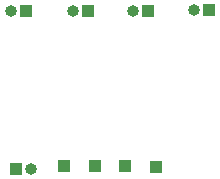
<source format=gbr>
%TF.GenerationSoftware,KiCad,Pcbnew,9.0.0*%
%TF.CreationDate,2025-06-16T15:16:05+05:00*%
%TF.ProjectId,dronemotordriver,64726f6e-656d-46f7-946f-726472697665,rev?*%
%TF.SameCoordinates,Original*%
%TF.FileFunction,Soldermask,Bot*%
%TF.FilePolarity,Negative*%
%FSLAX46Y46*%
G04 Gerber Fmt 4.6, Leading zero omitted, Abs format (unit mm)*
G04 Created by KiCad (PCBNEW 9.0.0) date 2025-06-16 15:16:05*
%MOMM*%
%LPD*%
G01*
G04 APERTURE LIST*
%ADD10R,1.000000X1.000000*%
%ADD11O,1.000000X1.000000*%
G04 APERTURE END LIST*
D10*
%TO.C,+5V*%
X110700000Y-100275000D03*
D11*
X111970000Y-100275000D03*
%TD*%
D10*
%TO.C,J5*%
X127095000Y-86850000D03*
D11*
X125825000Y-86850000D03*
%TD*%
D10*
%TO.C,J2*%
X111600000Y-86875000D03*
D11*
X110330000Y-86875000D03*
%TD*%
D10*
%TO.C,J4*%
X121895000Y-86875000D03*
D11*
X120625000Y-86875000D03*
%TD*%
D10*
%TO.C,J3*%
X116800000Y-86875000D03*
D11*
X115530000Y-86875000D03*
%TD*%
D10*
%TO.C,IN1*%
X114800000Y-100050000D03*
%TD*%
%TO.C,IN3*%
X119975000Y-100075000D03*
%TD*%
%TO.C,IN4*%
X122625000Y-100100000D03*
%TD*%
%TO.C,J7*%
X117400000Y-100050000D03*
%TD*%
M02*

</source>
